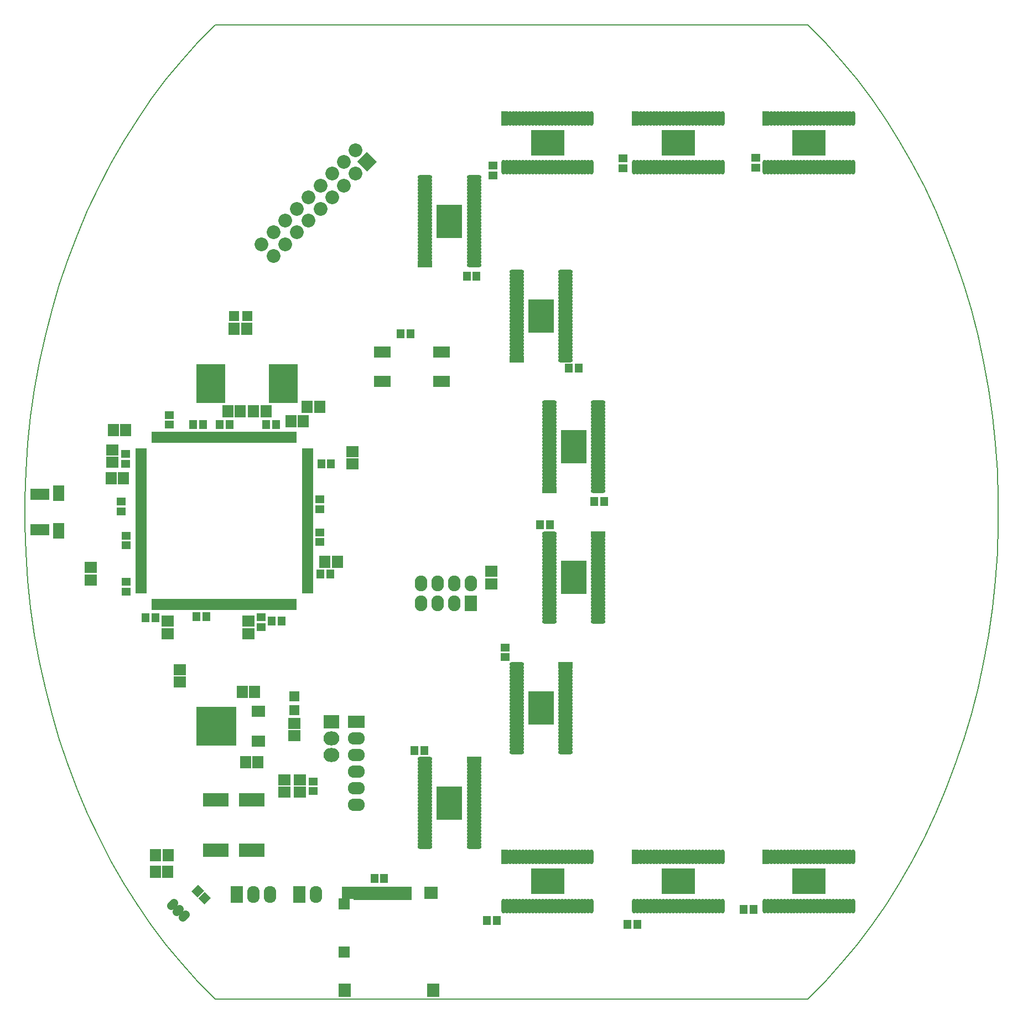
<source format=gbs>
G04 #@! TF.FileFunction,Soldermask,Bot*
%FSLAX46Y46*%
G04 Gerber Fmt 4.6, Leading zero omitted, Abs format (unit mm)*
G04 Created by KiCad (PCBNEW (2016-03-23 BZR 6647, Git bc699c8)-product) date Tue 29 Mar 2016 10:28:28 CEST*
%MOMM*%
G01*
G04 APERTURE LIST*
%ADD10C,0.100000*%
%ADD11C,0.150000*%
%ADD12R,1.299160X1.400760*%
%ADD13R,1.400760X1.299160*%
%ADD14R,2.099260X1.700480*%
%ADD15R,6.099760X5.899100*%
%ADD16R,2.500580X1.799540*%
%ADD17R,1.700480X1.898600*%
%ADD18R,1.898600X1.700480*%
%ADD19R,3.999180X2.000200*%
%ADD20R,1.924000X2.599640*%
%ADD21O,1.924000X2.599640*%
%ADD22R,1.924000X2.398980*%
%ADD23O,1.924000X2.398980*%
%ADD24R,2.599640X1.924000*%
%ADD25O,2.599640X1.924000*%
%ADD26R,1.200100X2.078940*%
%ADD27R,2.000200X1.901140*%
%ADD28R,2.099260X1.901140*%
%ADD29R,1.901140X2.099260*%
%ADD30R,1.690320X1.700480*%
%ADD31R,1.690320X1.799540*%
%ADD32R,1.799540X2.398980*%
%ADD33R,2.851100X1.700480*%
%ADD34R,0.689560X1.746200*%
%ADD35R,1.746200X0.689560*%
%ADD36R,0.689560X1.748740*%
%ADD37R,4.499560X6.000700*%
%ADD38C,1.299160*%
%ADD39R,0.650000X2.225000*%
%ADD40O,0.650000X2.225000*%
%ADD41R,5.100000X4.010000*%
%ADD42R,2.225000X0.650000*%
%ADD43O,2.225000X0.650000*%
%ADD44R,4.010000X5.100000*%
%ADD45R,2.432000X2.127200*%
%ADD46O,2.432000X2.127200*%
%ADD47R,1.598880X1.598880*%
%ADD48C,2.127200*%
G04 APERTURE END LIST*
D10*
D11*
X197948385Y-78128726D02*
X195352726Y-75500000D01*
X200448266Y-80901017D02*
X197948385Y-78128726D01*
X202847375Y-83811335D02*
X200448266Y-80901017D01*
X205140919Y-86853867D02*
X202847375Y-83811335D01*
X207324318Y-90022535D02*
X205140919Y-86853867D01*
X209393210Y-93311010D02*
X207324318Y-90022535D01*
X211343462Y-96712723D02*
X209393210Y-93311010D01*
X213171179Y-100220879D02*
X211343462Y-96712723D01*
X214872709Y-103828470D02*
X213171179Y-100220879D01*
X216444654Y-107528291D02*
X214872709Y-103828470D01*
X217883874Y-111312950D02*
X216444654Y-107528291D01*
X219187494Y-115174887D02*
X217883874Y-111312950D01*
X220352910Y-119106388D02*
X219187494Y-115174887D01*
X221377794Y-123099601D02*
X220352910Y-119106388D01*
X222260098Y-127146548D02*
X221377794Y-123099601D01*
X222998061Y-131239145D02*
X222260098Y-127146548D01*
X223590208Y-135369218D02*
X222998061Y-131239145D01*
X224035356Y-139528516D02*
X223590208Y-135369218D01*
X224332617Y-143708731D02*
X224035356Y-139528516D01*
X224481396Y-147901513D02*
X224332617Y-143708731D01*
X224481396Y-152098487D02*
X224481396Y-147901513D01*
X224332617Y-156291269D02*
X224481396Y-152098487D01*
X224035356Y-160471484D02*
X224332617Y-156291269D01*
X223590208Y-164630782D02*
X224035356Y-160471484D01*
X222998061Y-168760855D02*
X223590208Y-164630782D01*
X222260098Y-172853452D02*
X222998061Y-168760855D01*
X221377794Y-176900399D02*
X222260098Y-172853452D01*
X220352910Y-180893612D02*
X221377794Y-176900399D01*
X219187494Y-184825113D02*
X220352910Y-180893612D01*
X217883874Y-188687050D02*
X219187494Y-184825113D01*
X216444654Y-192471709D02*
X217883874Y-188687050D01*
X214872709Y-196171530D02*
X216444654Y-192471709D01*
X213171179Y-199779121D02*
X214872709Y-196171530D01*
X211343462Y-203287277D02*
X213171179Y-199779121D01*
X209393210Y-206688990D02*
X211343462Y-203287277D01*
X207324318Y-209977465D02*
X209393210Y-206688990D01*
X205140919Y-213146133D02*
X207324318Y-209977465D01*
X202847375Y-216188665D02*
X205140919Y-213146133D01*
X200448266Y-219098983D02*
X202847375Y-216188665D01*
X197948385Y-221871274D02*
X200448266Y-219098983D01*
X195352726Y-224500000D02*
X197948385Y-221871274D01*
X104647274Y-224500000D02*
X195352726Y-224500000D01*
X102051615Y-221871274D02*
X104647274Y-224500000D01*
X99551734Y-219098983D02*
X102051615Y-221871274D01*
X97152625Y-216188665D02*
X99551734Y-219098983D01*
X94859081Y-213146133D02*
X97152625Y-216188665D01*
X92675682Y-209977465D02*
X94859081Y-213146133D01*
X90606790Y-206688990D02*
X92675682Y-209977465D01*
X88656538Y-203287277D02*
X90606790Y-206688990D01*
X86828821Y-199779121D02*
X88656538Y-203287277D01*
X85127291Y-196171530D02*
X86828821Y-199779121D01*
X83555346Y-192471709D02*
X85127291Y-196171530D01*
X82116126Y-188687050D02*
X83555346Y-192471709D01*
X80812506Y-184825113D02*
X82116126Y-188687050D01*
X79647090Y-180893612D02*
X80812506Y-184825113D01*
X78622206Y-176900399D02*
X79647090Y-180893612D01*
X77739902Y-172853452D02*
X78622206Y-176900399D01*
X77001939Y-168760855D02*
X77739902Y-172853452D01*
X76409792Y-164630782D02*
X77001939Y-168760855D01*
X75964644Y-160471484D02*
X76409792Y-164630782D01*
X75667383Y-156291269D02*
X75964644Y-160471484D01*
X75518604Y-152098487D02*
X75667383Y-156291269D01*
X75518604Y-147901513D02*
X75518604Y-152098487D01*
X75667383Y-143708731D02*
X75518604Y-147901513D01*
X75964644Y-139528516D02*
X75667383Y-143708731D01*
X76409792Y-135369218D02*
X75964644Y-139528516D01*
X77001939Y-131239145D02*
X76409792Y-135369218D01*
X77739902Y-127146548D02*
X77001939Y-131239145D01*
X78622206Y-123099601D02*
X77739902Y-127146548D01*
X79647090Y-119106388D02*
X78622206Y-123099601D01*
X80812506Y-115174887D02*
X79647090Y-119106388D01*
X82116126Y-111312950D02*
X80812506Y-115174887D01*
X83555346Y-107528291D02*
X82116126Y-111312950D01*
X85127291Y-103828470D02*
X83555346Y-107528291D01*
X86828821Y-100220879D02*
X85127291Y-103828470D01*
X88656538Y-96712723D02*
X86828821Y-100220879D01*
X90606790Y-93311010D02*
X88656538Y-96712723D01*
X92675682Y-90022535D02*
X90606790Y-93311010D01*
X94859081Y-86853867D02*
X92675682Y-90022535D01*
X97152625Y-83811335D02*
X94859081Y-86853867D01*
X99551734Y-80901017D02*
X97152625Y-83811335D01*
X102051615Y-78128726D02*
X99551734Y-80901017D01*
X104647274Y-75500000D02*
X102051615Y-78128726D01*
X195352726Y-75500000D02*
X104647274Y-75500000D01*
D12*
X114811840Y-166660000D03*
X113308160Y-166660000D03*
D13*
X90980000Y-155101840D03*
X90980000Y-153598160D03*
D12*
X101268160Y-136580000D03*
X102771840Y-136580000D03*
X105348160Y-136620000D03*
X106851840Y-136620000D03*
D14*
X111220720Y-180464000D03*
X111220720Y-185036000D03*
D15*
X104779280Y-182750000D03*
D16*
X139299140Y-125499560D03*
X130200860Y-125499560D03*
X139299140Y-130000440D03*
X130200860Y-130000440D03*
D17*
X97405000Y-205000000D03*
X95500000Y-205000000D03*
D18*
X88920000Y-140487500D03*
X88920000Y-142392500D03*
D17*
X118122500Y-136070000D03*
X116217500Y-136070000D03*
X120642500Y-133900000D03*
X118737500Y-133900000D03*
X111202500Y-188250000D03*
X109297500Y-188250000D03*
X110702500Y-177500000D03*
X108797500Y-177500000D03*
D18*
X109710000Y-166677500D03*
X109710000Y-168582500D03*
D17*
X121427500Y-157640000D03*
X123332500Y-157640000D03*
D18*
X97330000Y-166687500D03*
X97330000Y-168592500D03*
D17*
X108492500Y-134540000D03*
X106587500Y-134540000D03*
X110497500Y-134550000D03*
X112402500Y-134550000D03*
D19*
X110250820Y-201750000D03*
X104749180Y-201750000D03*
X110250820Y-194000000D03*
X104749180Y-194000000D03*
D20*
X107920000Y-208500000D03*
D21*
X110460000Y-208500000D03*
X113000000Y-208500000D03*
D22*
X143750000Y-163948920D03*
D23*
X143750000Y-160911080D03*
X141210000Y-163948920D03*
X141210000Y-160911080D03*
X138670000Y-163948920D03*
X138670000Y-160911080D03*
X136130000Y-163948920D03*
X136130000Y-160911080D03*
D24*
X126238000Y-182118000D03*
D25*
X126238000Y-184658000D03*
X126238000Y-187198000D03*
X126238000Y-189738000D03*
X126238000Y-192278000D03*
X126238000Y-194818000D03*
D26*
X134150680Y-208339740D03*
X133050860Y-208339740D03*
X131951040Y-208339740D03*
X130851220Y-208339740D03*
X129748860Y-208339740D03*
X128649040Y-208339740D03*
X127549220Y-208339740D03*
X126449400Y-208339740D03*
D27*
X125039700Y-208250840D03*
D28*
X137699060Y-208250840D03*
D29*
X124501220Y-223099680D03*
X137998780Y-223099680D03*
D30*
X124394540Y-209899300D03*
D31*
X124394540Y-217300860D03*
D20*
X117480000Y-208500000D03*
D21*
X120020000Y-208500000D03*
D32*
X80705740Y-147099320D03*
X80705740Y-152900680D03*
D33*
X77825380Y-147274580D03*
X77825380Y-152725420D03*
D18*
X85610000Y-158467500D03*
X85610000Y-160372500D03*
D17*
X97452500Y-202500000D03*
X95547500Y-202500000D03*
D18*
X115240000Y-192832500D03*
X115240000Y-190927500D03*
X117610000Y-190937500D03*
X117610000Y-192842500D03*
X146940000Y-159057500D03*
X146940000Y-160962500D03*
X116750000Y-184202500D03*
X116750000Y-182297500D03*
D17*
X107547500Y-122000000D03*
X109452500Y-122000000D03*
D18*
X99270000Y-174107500D03*
X99270000Y-176012500D03*
X125640000Y-142642500D03*
X125640000Y-140737500D03*
D17*
X88697500Y-144860000D03*
X90602500Y-144860000D03*
X90942500Y-137430000D03*
X89037500Y-137430000D03*
D34*
X96774400Y-138591740D03*
X97272240Y-138591740D03*
X97772620Y-138591740D03*
X98273000Y-138591740D03*
X98770840Y-138591740D03*
X95270720Y-138591740D03*
X95771100Y-138591740D03*
X96271480Y-138591740D03*
X103271720Y-138591740D03*
X103772100Y-138591740D03*
X104269940Y-138591740D03*
X104770320Y-138591740D03*
X105270700Y-138591740D03*
X105773620Y-138591740D03*
X106271460Y-138591740D03*
X106769300Y-138591740D03*
X111270180Y-138591740D03*
X111770560Y-138591740D03*
X112268400Y-138591740D03*
X112768780Y-138591740D03*
X113269160Y-138591740D03*
X113769540Y-138591740D03*
X114269920Y-138591740D03*
X114767760Y-138591740D03*
D35*
X118768260Y-142592240D03*
X118768260Y-143090080D03*
X118768260Y-143590460D03*
X118768260Y-144090840D03*
X118768260Y-144591220D03*
X118768260Y-145091600D03*
X118768260Y-145591980D03*
X118768260Y-146092360D03*
D34*
X99271220Y-138591740D03*
X99771600Y-138591740D03*
X100274520Y-138591740D03*
X107269680Y-138591740D03*
X107770060Y-138591740D03*
X108267900Y-138591740D03*
X115268140Y-138591740D03*
X115768520Y-138591740D03*
X116268900Y-138591740D03*
D35*
X118768260Y-146590200D03*
X118768260Y-147090580D03*
X118768260Y-147590960D03*
D34*
X100769820Y-138591740D03*
X101270200Y-138591740D03*
X101773120Y-138591740D03*
X102273500Y-138591740D03*
X102771340Y-138591740D03*
X108768280Y-138591740D03*
X109271200Y-138591740D03*
X109771580Y-138591740D03*
X110271960Y-138591740D03*
X110769800Y-138591740D03*
D36*
X116769280Y-138591740D03*
D35*
X118768260Y-140590720D03*
X118768260Y-141091100D03*
X118768260Y-141591480D03*
X118768260Y-142091860D03*
X118768260Y-148091340D03*
X118768260Y-148591720D03*
X118768260Y-149092100D03*
X118768260Y-149592480D03*
X118768260Y-150090320D03*
X118768260Y-150590700D03*
X118768260Y-151091080D03*
X118768260Y-151588920D03*
X118768260Y-152089300D03*
X118768260Y-152589680D03*
X118768260Y-153087520D03*
X118768260Y-153587900D03*
X118768260Y-154088280D03*
X118768260Y-154588660D03*
X118768260Y-155089040D03*
X118768260Y-155589420D03*
X118768260Y-156089800D03*
X118768260Y-156587640D03*
X118768260Y-157088020D03*
X118768260Y-157588400D03*
X118768260Y-158088780D03*
X118768260Y-158589160D03*
X118768260Y-159089540D03*
X118768260Y-159589920D03*
X118768260Y-160087760D03*
X118768260Y-160588140D03*
X118768260Y-161088520D03*
X118768260Y-161588900D03*
X118768260Y-162089280D03*
D34*
X116769280Y-164088260D03*
X116268900Y-164088260D03*
X115768520Y-164088260D03*
X115268140Y-164088260D03*
X114767760Y-164088260D03*
X114269920Y-164088260D03*
X113769540Y-164088260D03*
X113269160Y-164088260D03*
X112768780Y-164088260D03*
X112268400Y-164088260D03*
X111768020Y-164088260D03*
X111267640Y-164088260D03*
X110769800Y-164088260D03*
X110269420Y-164088260D03*
X109769040Y-164088260D03*
X109268660Y-164088260D03*
X108768280Y-164088260D03*
X108267900Y-164088260D03*
X107767520Y-164088260D03*
X107269680Y-164088260D03*
X106769300Y-164088260D03*
X106268920Y-164088260D03*
X105771080Y-164088260D03*
X105270700Y-164088260D03*
X104770320Y-164088260D03*
X104272480Y-164088260D03*
X103772100Y-164088260D03*
X103271720Y-164088260D03*
X102771340Y-164088260D03*
X102270960Y-164088260D03*
X101770580Y-164088260D03*
X101270200Y-164088260D03*
X100772360Y-164088260D03*
X100271980Y-164088260D03*
X99771600Y-164088260D03*
X99271220Y-164088260D03*
X98770840Y-164088260D03*
X98270460Y-164088260D03*
X97770080Y-164088260D03*
X97272240Y-164088260D03*
X96771860Y-164088260D03*
X96271480Y-164088260D03*
X95771100Y-164088260D03*
X95270720Y-164088260D03*
D35*
X93271740Y-162089280D03*
X93271740Y-161588900D03*
X93271740Y-161088520D03*
X93271740Y-160588140D03*
X93271740Y-160087760D03*
X93271740Y-159589920D03*
X93271740Y-159089540D03*
X93271740Y-158589160D03*
X93271740Y-158088780D03*
X93271740Y-157588400D03*
X93271740Y-157088020D03*
X93271740Y-156587640D03*
X93269200Y-156089800D03*
X93269200Y-155589420D03*
X93269200Y-155089040D03*
X93269200Y-154591200D03*
X93269200Y-154090820D03*
X93269200Y-153590440D03*
X93269200Y-153090060D03*
X93269200Y-152589680D03*
X93269200Y-152089300D03*
X93269200Y-151588920D03*
X93269200Y-151091080D03*
X93269200Y-150590700D03*
X93269200Y-150090320D03*
X93269200Y-149589940D03*
X93269200Y-149089560D03*
X93269200Y-148589180D03*
X93269200Y-148088800D03*
X93269200Y-147590960D03*
X93269200Y-147090580D03*
X93269200Y-146590200D03*
X93269200Y-146089820D03*
X93269200Y-145589440D03*
X93269200Y-145089060D03*
X93269200Y-144591220D03*
X93269200Y-144090840D03*
X93269200Y-143590460D03*
X93269200Y-143090080D03*
X93269200Y-142589700D03*
X93269200Y-142089320D03*
X93269200Y-141588940D03*
X93269200Y-141091100D03*
X93269200Y-140590720D03*
D37*
X103980100Y-130330000D03*
X115079900Y-130330000D03*
D13*
X167010000Y-97411840D03*
X167010000Y-95908160D03*
X187390000Y-95788160D03*
X187390000Y-97291840D03*
D12*
X144641840Y-113880000D03*
X143138160Y-113880000D03*
D13*
X147180000Y-98511840D03*
X147180000Y-97008160D03*
D12*
X164161840Y-148370000D03*
X162658160Y-148370000D03*
X160271840Y-128010000D03*
X158768160Y-128010000D03*
X154388160Y-151900000D03*
X155891840Y-151900000D03*
D13*
X149000000Y-172201840D03*
X149000000Y-170698160D03*
D12*
X135138160Y-186480000D03*
X136641840Y-186480000D03*
X147751840Y-212500000D03*
X146248160Y-212500000D03*
X169251840Y-213040000D03*
X167748160Y-213040000D03*
X187001840Y-210750000D03*
X185498160Y-210750000D03*
D10*
G36*
X102077065Y-209067552D02*
X103067552Y-208077065D01*
X103986197Y-208995710D01*
X102995710Y-209986197D01*
X102077065Y-209067552D01*
X102077065Y-209067552D01*
G37*
G36*
X101013803Y-208004290D02*
X102004290Y-207013803D01*
X102922935Y-207932448D01*
X101932448Y-208922935D01*
X101013803Y-208004290D01*
X101013803Y-208004290D01*
G37*
D12*
X130501840Y-206000000D03*
X128998160Y-206000000D03*
D13*
X119640000Y-192681840D03*
X119640000Y-191178160D03*
X97590000Y-135148160D03*
X97590000Y-136651840D03*
D12*
X113961840Y-136630000D03*
X112458160Y-136630000D03*
X122371840Y-142600000D03*
X120868160Y-142600000D03*
D13*
X120660000Y-148078160D03*
X120660000Y-149581840D03*
X120670000Y-153078160D03*
X120670000Y-154581840D03*
D12*
X122251840Y-159470000D03*
X120748160Y-159470000D03*
D13*
X90920000Y-141108160D03*
X90920000Y-142611840D03*
D12*
X103291840Y-165990000D03*
X101788160Y-165990000D03*
X95521840Y-166170000D03*
X94018160Y-166170000D03*
D13*
X91000000Y-162151840D03*
X91000000Y-160648160D03*
X90270000Y-149921840D03*
X90270000Y-148418160D03*
X111640000Y-166088160D03*
X111640000Y-167591840D03*
D12*
X133000000Y-122750000D03*
X134503680Y-122750000D03*
D38*
X99164806Y-210659142D02*
X98739142Y-211084806D01*
X98266781Y-209761117D02*
X97841117Y-210186781D01*
X100062832Y-211557168D02*
X99637168Y-211982832D01*
D39*
X188750000Y-202762500D03*
D40*
X189250000Y-202762500D03*
X189750000Y-202762500D03*
X190250000Y-202762500D03*
X190750000Y-202762500D03*
X191250000Y-202762500D03*
X191750000Y-202762500D03*
X192250000Y-202762500D03*
X192750000Y-202762500D03*
X193250000Y-202762500D03*
X193750000Y-202762500D03*
X194250000Y-202762500D03*
X194750000Y-202762500D03*
X195250000Y-202762500D03*
X195750000Y-202762500D03*
X196250000Y-202762500D03*
X196750000Y-202762500D03*
X197250000Y-202762500D03*
X197750000Y-202762500D03*
X198250000Y-202762500D03*
X198750000Y-202762500D03*
X199250000Y-202762500D03*
X199750000Y-202762500D03*
X200250000Y-202762500D03*
X200750000Y-202762500D03*
X201250000Y-202762500D03*
X201750000Y-202762500D03*
X202250000Y-202762500D03*
X202250000Y-210237500D03*
X201750000Y-210237500D03*
X201250000Y-210237500D03*
X200750000Y-210237500D03*
X200250000Y-210237500D03*
X199750000Y-210237500D03*
X199250000Y-210237500D03*
X198750000Y-210237500D03*
X198250000Y-210237500D03*
X197750000Y-210237500D03*
X197250000Y-210237500D03*
X196750000Y-210237500D03*
X196250000Y-210237500D03*
X195750000Y-210237500D03*
X195250000Y-210237500D03*
X194750000Y-210237500D03*
X194250000Y-210237500D03*
X193750000Y-210237500D03*
X193250000Y-210237500D03*
X192750000Y-210237500D03*
X192250000Y-210237500D03*
X191750000Y-210237500D03*
X191250000Y-210237500D03*
X190750000Y-210237500D03*
X190250000Y-210237500D03*
X189750000Y-210237500D03*
X189250000Y-210237500D03*
X188750000Y-210237500D03*
D41*
X195500000Y-206500000D03*
D39*
X168750000Y-202762500D03*
D40*
X169250000Y-202762500D03*
X169750000Y-202762500D03*
X170250000Y-202762500D03*
X170750000Y-202762500D03*
X171250000Y-202762500D03*
X171750000Y-202762500D03*
X172250000Y-202762500D03*
X172750000Y-202762500D03*
X173250000Y-202762500D03*
X173750000Y-202762500D03*
X174250000Y-202762500D03*
X174750000Y-202762500D03*
X175250000Y-202762500D03*
X175750000Y-202762500D03*
X176250000Y-202762500D03*
X176750000Y-202762500D03*
X177250000Y-202762500D03*
X177750000Y-202762500D03*
X178250000Y-202762500D03*
X178750000Y-202762500D03*
X179250000Y-202762500D03*
X179750000Y-202762500D03*
X180250000Y-202762500D03*
X180750000Y-202762500D03*
X181250000Y-202762500D03*
X181750000Y-202762500D03*
X182250000Y-202762500D03*
X182250000Y-210237500D03*
X181750000Y-210237500D03*
X181250000Y-210237500D03*
X180750000Y-210237500D03*
X180250000Y-210237500D03*
X179750000Y-210237500D03*
X179250000Y-210237500D03*
X178750000Y-210237500D03*
X178250000Y-210237500D03*
X177750000Y-210237500D03*
X177250000Y-210237500D03*
X176750000Y-210237500D03*
X176250000Y-210237500D03*
X175750000Y-210237500D03*
X175250000Y-210237500D03*
X174750000Y-210237500D03*
X174250000Y-210237500D03*
X173750000Y-210237500D03*
X173250000Y-210237500D03*
X172750000Y-210237500D03*
X172250000Y-210237500D03*
X171750000Y-210237500D03*
X171250000Y-210237500D03*
X170750000Y-210237500D03*
X170250000Y-210237500D03*
X169750000Y-210237500D03*
X169250000Y-210237500D03*
X168750000Y-210237500D03*
D41*
X175500000Y-206500000D03*
D39*
X148750000Y-202762500D03*
D40*
X149250000Y-202762500D03*
X149750000Y-202762500D03*
X150250000Y-202762500D03*
X150750000Y-202762500D03*
X151250000Y-202762500D03*
X151750000Y-202762500D03*
X152250000Y-202762500D03*
X152750000Y-202762500D03*
X153250000Y-202762500D03*
X153750000Y-202762500D03*
X154250000Y-202762500D03*
X154750000Y-202762500D03*
X155250000Y-202762500D03*
X155750000Y-202762500D03*
X156250000Y-202762500D03*
X156750000Y-202762500D03*
X157250000Y-202762500D03*
X157750000Y-202762500D03*
X158250000Y-202762500D03*
X158750000Y-202762500D03*
X159250000Y-202762500D03*
X159750000Y-202762500D03*
X160250000Y-202762500D03*
X160750000Y-202762500D03*
X161250000Y-202762500D03*
X161750000Y-202762500D03*
X162250000Y-202762500D03*
X162250000Y-210237500D03*
X161750000Y-210237500D03*
X161250000Y-210237500D03*
X160750000Y-210237500D03*
X160250000Y-210237500D03*
X159750000Y-210237500D03*
X159250000Y-210237500D03*
X158750000Y-210237500D03*
X158250000Y-210237500D03*
X157750000Y-210237500D03*
X157250000Y-210237500D03*
X156750000Y-210237500D03*
X156250000Y-210237500D03*
X155750000Y-210237500D03*
X155250000Y-210237500D03*
X154750000Y-210237500D03*
X154250000Y-210237500D03*
X153750000Y-210237500D03*
X153250000Y-210237500D03*
X152750000Y-210237500D03*
X152250000Y-210237500D03*
X151750000Y-210237500D03*
X151250000Y-210237500D03*
X150750000Y-210237500D03*
X150250000Y-210237500D03*
X149750000Y-210237500D03*
X149250000Y-210237500D03*
X148750000Y-210237500D03*
D41*
X155500000Y-206500000D03*
D42*
X144237500Y-187750000D03*
D43*
X144237500Y-188250000D03*
X144237500Y-188750000D03*
X144237500Y-189250000D03*
X144237500Y-189750000D03*
X144237500Y-190250000D03*
X144237500Y-190750000D03*
X144237500Y-191250000D03*
X144237500Y-191750000D03*
X144237500Y-192250000D03*
X144237500Y-192750000D03*
X144237500Y-193250000D03*
X144237500Y-193750000D03*
X144237500Y-194250000D03*
X144237500Y-194750000D03*
X144237500Y-195250000D03*
X144237500Y-195750000D03*
X144237500Y-196250000D03*
X144237500Y-196750000D03*
X144237500Y-197250000D03*
X144237500Y-197750000D03*
X144237500Y-198250000D03*
X144237500Y-198750000D03*
X144237500Y-199250000D03*
X144237500Y-199750000D03*
X144237500Y-200250000D03*
X144237500Y-200750000D03*
X144237500Y-201250000D03*
X136762500Y-201250000D03*
X136762500Y-200750000D03*
X136762500Y-200250000D03*
X136762500Y-199750000D03*
X136762500Y-199250000D03*
X136762500Y-198750000D03*
X136762500Y-198250000D03*
X136762500Y-197750000D03*
X136762500Y-197250000D03*
X136762500Y-196750000D03*
X136762500Y-196250000D03*
X136762500Y-195750000D03*
X136762500Y-195250000D03*
X136762500Y-194750000D03*
X136762500Y-194250000D03*
X136762500Y-193750000D03*
X136762500Y-193250000D03*
X136762500Y-192750000D03*
X136762500Y-192250000D03*
X136762500Y-191750000D03*
X136762500Y-191250000D03*
X136762500Y-190750000D03*
X136762500Y-190250000D03*
X136762500Y-189750000D03*
X136762500Y-189250000D03*
X136762500Y-188750000D03*
X136762500Y-188250000D03*
X136762500Y-187750000D03*
D44*
X140500000Y-194500000D03*
D42*
X158237500Y-173250000D03*
D43*
X158237500Y-173750000D03*
X158237500Y-174250000D03*
X158237500Y-174750000D03*
X158237500Y-175250000D03*
X158237500Y-175750000D03*
X158237500Y-176250000D03*
X158237500Y-176750000D03*
X158237500Y-177250000D03*
X158237500Y-177750000D03*
X158237500Y-178250000D03*
X158237500Y-178750000D03*
X158237500Y-179250000D03*
X158237500Y-179750000D03*
X158237500Y-180250000D03*
X158237500Y-180750000D03*
X158237500Y-181250000D03*
X158237500Y-181750000D03*
X158237500Y-182250000D03*
X158237500Y-182750000D03*
X158237500Y-183250000D03*
X158237500Y-183750000D03*
X158237500Y-184250000D03*
X158237500Y-184750000D03*
X158237500Y-185250000D03*
X158237500Y-185750000D03*
X158237500Y-186250000D03*
X158237500Y-186750000D03*
X150762500Y-186750000D03*
X150762500Y-186250000D03*
X150762500Y-185750000D03*
X150762500Y-185250000D03*
X150762500Y-184750000D03*
X150762500Y-184250000D03*
X150762500Y-183750000D03*
X150762500Y-183250000D03*
X150762500Y-182750000D03*
X150762500Y-182250000D03*
X150762500Y-181750000D03*
X150762500Y-181250000D03*
X150762500Y-180750000D03*
X150762500Y-180250000D03*
X150762500Y-179750000D03*
X150762500Y-179250000D03*
X150762500Y-178750000D03*
X150762500Y-178250000D03*
X150762500Y-177750000D03*
X150762500Y-177250000D03*
X150762500Y-176750000D03*
X150762500Y-176250000D03*
X150762500Y-175750000D03*
X150762500Y-175250000D03*
X150762500Y-174750000D03*
X150762500Y-174250000D03*
X150762500Y-173750000D03*
X150762500Y-173250000D03*
D44*
X154500000Y-180000000D03*
D42*
X163237500Y-153250000D03*
D43*
X163237500Y-153750000D03*
X163237500Y-154250000D03*
X163237500Y-154750000D03*
X163237500Y-155250000D03*
X163237500Y-155750000D03*
X163237500Y-156250000D03*
X163237500Y-156750000D03*
X163237500Y-157250000D03*
X163237500Y-157750000D03*
X163237500Y-158250000D03*
X163237500Y-158750000D03*
X163237500Y-159250000D03*
X163237500Y-159750000D03*
X163237500Y-160250000D03*
X163237500Y-160750000D03*
X163237500Y-161250000D03*
X163237500Y-161750000D03*
X163237500Y-162250000D03*
X163237500Y-162750000D03*
X163237500Y-163250000D03*
X163237500Y-163750000D03*
X163237500Y-164250000D03*
X163237500Y-164750000D03*
X163237500Y-165250000D03*
X163237500Y-165750000D03*
X163237500Y-166250000D03*
X163237500Y-166750000D03*
X155762500Y-166750000D03*
X155762500Y-166250000D03*
X155762500Y-165750000D03*
X155762500Y-165250000D03*
X155762500Y-164750000D03*
X155762500Y-164250000D03*
X155762500Y-163750000D03*
X155762500Y-163250000D03*
X155762500Y-162750000D03*
X155762500Y-162250000D03*
X155762500Y-161750000D03*
X155762500Y-161250000D03*
X155762500Y-160750000D03*
X155762500Y-160250000D03*
X155762500Y-159750000D03*
X155762500Y-159250000D03*
X155762500Y-158750000D03*
X155762500Y-158250000D03*
X155762500Y-157750000D03*
X155762500Y-157250000D03*
X155762500Y-156750000D03*
X155762500Y-156250000D03*
X155762500Y-155750000D03*
X155762500Y-155250000D03*
X155762500Y-154750000D03*
X155762500Y-154250000D03*
X155762500Y-153750000D03*
X155762500Y-153250000D03*
D44*
X159500000Y-160000000D03*
D42*
X150762500Y-126750000D03*
D43*
X150762500Y-126250000D03*
X150762500Y-125750000D03*
X150762500Y-125250000D03*
X150762500Y-124750000D03*
X150762500Y-124250000D03*
X150762500Y-123750000D03*
X150762500Y-123250000D03*
X150762500Y-122750000D03*
X150762500Y-122250000D03*
X150762500Y-121750000D03*
X150762500Y-121250000D03*
X150762500Y-120750000D03*
X150762500Y-120250000D03*
X150762500Y-119750000D03*
X150762500Y-119250000D03*
X150762500Y-118750000D03*
X150762500Y-118250000D03*
X150762500Y-117750000D03*
X150762500Y-117250000D03*
X150762500Y-116750000D03*
X150762500Y-116250000D03*
X150762500Y-115750000D03*
X150762500Y-115250000D03*
X150762500Y-114750000D03*
X150762500Y-114250000D03*
X150762500Y-113750000D03*
X150762500Y-113250000D03*
X158237500Y-113250000D03*
X158237500Y-113750000D03*
X158237500Y-114250000D03*
X158237500Y-114750000D03*
X158237500Y-115250000D03*
X158237500Y-115750000D03*
X158237500Y-116250000D03*
X158237500Y-116750000D03*
X158237500Y-117250000D03*
X158237500Y-117750000D03*
X158237500Y-118250000D03*
X158237500Y-118750000D03*
X158237500Y-119250000D03*
X158237500Y-119750000D03*
X158237500Y-120250000D03*
X158237500Y-120750000D03*
X158237500Y-121250000D03*
X158237500Y-121750000D03*
X158237500Y-122250000D03*
X158237500Y-122750000D03*
X158237500Y-123250000D03*
X158237500Y-123750000D03*
X158237500Y-124250000D03*
X158237500Y-124750000D03*
X158237500Y-125250000D03*
X158237500Y-125750000D03*
X158237500Y-126250000D03*
X158237500Y-126750000D03*
D44*
X154500000Y-120000000D03*
D42*
X155762500Y-146750000D03*
D43*
X155762500Y-146250000D03*
X155762500Y-145750000D03*
X155762500Y-145250000D03*
X155762500Y-144750000D03*
X155762500Y-144250000D03*
X155762500Y-143750000D03*
X155762500Y-143250000D03*
X155762500Y-142750000D03*
X155762500Y-142250000D03*
X155762500Y-141750000D03*
X155762500Y-141250000D03*
X155762500Y-140750000D03*
X155762500Y-140250000D03*
X155762500Y-139750000D03*
X155762500Y-139250000D03*
X155762500Y-138750000D03*
X155762500Y-138250000D03*
X155762500Y-137750000D03*
X155762500Y-137250000D03*
X155762500Y-136750000D03*
X155762500Y-136250000D03*
X155762500Y-135750000D03*
X155762500Y-135250000D03*
X155762500Y-134750000D03*
X155762500Y-134250000D03*
X155762500Y-133750000D03*
X155762500Y-133250000D03*
X163237500Y-133250000D03*
X163237500Y-133750000D03*
X163237500Y-134250000D03*
X163237500Y-134750000D03*
X163237500Y-135250000D03*
X163237500Y-135750000D03*
X163237500Y-136250000D03*
X163237500Y-136750000D03*
X163237500Y-137250000D03*
X163237500Y-137750000D03*
X163237500Y-138250000D03*
X163237500Y-138750000D03*
X163237500Y-139250000D03*
X163237500Y-139750000D03*
X163237500Y-140250000D03*
X163237500Y-140750000D03*
X163237500Y-141250000D03*
X163237500Y-141750000D03*
X163237500Y-142250000D03*
X163237500Y-142750000D03*
X163237500Y-143250000D03*
X163237500Y-143750000D03*
X163237500Y-144250000D03*
X163237500Y-144750000D03*
X163237500Y-145250000D03*
X163237500Y-145750000D03*
X163237500Y-146250000D03*
X163237500Y-146750000D03*
D44*
X159500000Y-140000000D03*
D39*
X148750000Y-89762500D03*
D40*
X149250000Y-89762500D03*
X149750000Y-89762500D03*
X150250000Y-89762500D03*
X150750000Y-89762500D03*
X151250000Y-89762500D03*
X151750000Y-89762500D03*
X152250000Y-89762500D03*
X152750000Y-89762500D03*
X153250000Y-89762500D03*
X153750000Y-89762500D03*
X154250000Y-89762500D03*
X154750000Y-89762500D03*
X155250000Y-89762500D03*
X155750000Y-89762500D03*
X156250000Y-89762500D03*
X156750000Y-89762500D03*
X157250000Y-89762500D03*
X157750000Y-89762500D03*
X158250000Y-89762500D03*
X158750000Y-89762500D03*
X159250000Y-89762500D03*
X159750000Y-89762500D03*
X160250000Y-89762500D03*
X160750000Y-89762500D03*
X161250000Y-89762500D03*
X161750000Y-89762500D03*
X162250000Y-89762500D03*
X162250000Y-97237500D03*
X161750000Y-97237500D03*
X161250000Y-97237500D03*
X160750000Y-97237500D03*
X160250000Y-97237500D03*
X159750000Y-97237500D03*
X159250000Y-97237500D03*
X158750000Y-97237500D03*
X158250000Y-97237500D03*
X157750000Y-97237500D03*
X157250000Y-97237500D03*
X156750000Y-97237500D03*
X156250000Y-97237500D03*
X155750000Y-97237500D03*
X155250000Y-97237500D03*
X154750000Y-97237500D03*
X154250000Y-97237500D03*
X153750000Y-97237500D03*
X153250000Y-97237500D03*
X152750000Y-97237500D03*
X152250000Y-97237500D03*
X151750000Y-97237500D03*
X151250000Y-97237500D03*
X150750000Y-97237500D03*
X150250000Y-97237500D03*
X149750000Y-97237500D03*
X149250000Y-97237500D03*
X148750000Y-97237500D03*
D41*
X155500000Y-93500000D03*
D39*
X188750000Y-89762500D03*
D40*
X189250000Y-89762500D03*
X189750000Y-89762500D03*
X190250000Y-89762500D03*
X190750000Y-89762500D03*
X191250000Y-89762500D03*
X191750000Y-89762500D03*
X192250000Y-89762500D03*
X192750000Y-89762500D03*
X193250000Y-89762500D03*
X193750000Y-89762500D03*
X194250000Y-89762500D03*
X194750000Y-89762500D03*
X195250000Y-89762500D03*
X195750000Y-89762500D03*
X196250000Y-89762500D03*
X196750000Y-89762500D03*
X197250000Y-89762500D03*
X197750000Y-89762500D03*
X198250000Y-89762500D03*
X198750000Y-89762500D03*
X199250000Y-89762500D03*
X199750000Y-89762500D03*
X200250000Y-89762500D03*
X200750000Y-89762500D03*
X201250000Y-89762500D03*
X201750000Y-89762500D03*
X202250000Y-89762500D03*
X202250000Y-97237500D03*
X201750000Y-97237500D03*
X201250000Y-97237500D03*
X200750000Y-97237500D03*
X200250000Y-97237500D03*
X199750000Y-97237500D03*
X199250000Y-97237500D03*
X198750000Y-97237500D03*
X198250000Y-97237500D03*
X197750000Y-97237500D03*
X197250000Y-97237500D03*
X196750000Y-97237500D03*
X196250000Y-97237500D03*
X195750000Y-97237500D03*
X195250000Y-97237500D03*
X194750000Y-97237500D03*
X194250000Y-97237500D03*
X193750000Y-97237500D03*
X193250000Y-97237500D03*
X192750000Y-97237500D03*
X192250000Y-97237500D03*
X191750000Y-97237500D03*
X191250000Y-97237500D03*
X190750000Y-97237500D03*
X190250000Y-97237500D03*
X189750000Y-97237500D03*
X189250000Y-97237500D03*
X188750000Y-97237500D03*
D41*
X195500000Y-93500000D03*
D39*
X168750000Y-89762500D03*
D40*
X169250000Y-89762500D03*
X169750000Y-89762500D03*
X170250000Y-89762500D03*
X170750000Y-89762500D03*
X171250000Y-89762500D03*
X171750000Y-89762500D03*
X172250000Y-89762500D03*
X172750000Y-89762500D03*
X173250000Y-89762500D03*
X173750000Y-89762500D03*
X174250000Y-89762500D03*
X174750000Y-89762500D03*
X175250000Y-89762500D03*
X175750000Y-89762500D03*
X176250000Y-89762500D03*
X176750000Y-89762500D03*
X177250000Y-89762500D03*
X177750000Y-89762500D03*
X178250000Y-89762500D03*
X178750000Y-89762500D03*
X179250000Y-89762500D03*
X179750000Y-89762500D03*
X180250000Y-89762500D03*
X180750000Y-89762500D03*
X181250000Y-89762500D03*
X181750000Y-89762500D03*
X182250000Y-89762500D03*
X182250000Y-97237500D03*
X181750000Y-97237500D03*
X181250000Y-97237500D03*
X180750000Y-97237500D03*
X180250000Y-97237500D03*
X179750000Y-97237500D03*
X179250000Y-97237500D03*
X178750000Y-97237500D03*
X178250000Y-97237500D03*
X177750000Y-97237500D03*
X177250000Y-97237500D03*
X176750000Y-97237500D03*
X176250000Y-97237500D03*
X175750000Y-97237500D03*
X175250000Y-97237500D03*
X174750000Y-97237500D03*
X174250000Y-97237500D03*
X173750000Y-97237500D03*
X173250000Y-97237500D03*
X172750000Y-97237500D03*
X172250000Y-97237500D03*
X171750000Y-97237500D03*
X171250000Y-97237500D03*
X170750000Y-97237500D03*
X170250000Y-97237500D03*
X169750000Y-97237500D03*
X169250000Y-97237500D03*
X168750000Y-97237500D03*
D41*
X175500000Y-93500000D03*
D42*
X136762500Y-112250000D03*
D43*
X136762500Y-111750000D03*
X136762500Y-111250000D03*
X136762500Y-110750000D03*
X136762500Y-110250000D03*
X136762500Y-109750000D03*
X136762500Y-109250000D03*
X136762500Y-108750000D03*
X136762500Y-108250000D03*
X136762500Y-107750000D03*
X136762500Y-107250000D03*
X136762500Y-106750000D03*
X136762500Y-106250000D03*
X136762500Y-105750000D03*
X136762500Y-105250000D03*
X136762500Y-104750000D03*
X136762500Y-104250000D03*
X136762500Y-103750000D03*
X136762500Y-103250000D03*
X136762500Y-102750000D03*
X136762500Y-102250000D03*
X136762500Y-101750000D03*
X136762500Y-101250000D03*
X136762500Y-100750000D03*
X136762500Y-100250000D03*
X136762500Y-99750000D03*
X136762500Y-99250000D03*
X136762500Y-98750000D03*
X144237500Y-98750000D03*
X144237500Y-99250000D03*
X144237500Y-99750000D03*
X144237500Y-100250000D03*
X144237500Y-100750000D03*
X144237500Y-101250000D03*
X144237500Y-101750000D03*
X144237500Y-102250000D03*
X144237500Y-102750000D03*
X144237500Y-103250000D03*
X144237500Y-103750000D03*
X144237500Y-104250000D03*
X144237500Y-104750000D03*
X144237500Y-105250000D03*
X144237500Y-105750000D03*
X144237500Y-106250000D03*
X144237500Y-106750000D03*
X144237500Y-107250000D03*
X144237500Y-107750000D03*
X144237500Y-108250000D03*
X144237500Y-108750000D03*
X144237500Y-109250000D03*
X144237500Y-109750000D03*
X144237500Y-110250000D03*
X144237500Y-110750000D03*
X144237500Y-111250000D03*
X144237500Y-111750000D03*
X144237500Y-112250000D03*
D44*
X140500000Y-105500000D03*
D45*
X122428000Y-182118000D03*
D46*
X122428000Y-184658000D03*
X122428000Y-187198000D03*
D47*
X116750000Y-180299020D03*
X116750000Y-178200980D03*
X109598040Y-120000000D03*
X107500000Y-120000000D03*
D10*
G36*
X129384414Y-96411846D02*
X127880256Y-97916004D01*
X126376098Y-96411846D01*
X127880256Y-94907688D01*
X129384414Y-96411846D01*
X129384414Y-96411846D01*
G37*
D48*
X126084205Y-94615795D02*
X126084205Y-94615795D01*
X126084205Y-98207897D02*
X126084205Y-98207897D01*
X124288154Y-96411846D02*
X124288154Y-96411846D01*
X124288154Y-100003948D02*
X124288154Y-100003948D01*
X122492102Y-98207897D02*
X122492102Y-98207897D01*
X122492102Y-101800000D02*
X122492102Y-101800000D01*
X120696051Y-100003948D02*
X120696051Y-100003948D01*
X120696051Y-103596051D02*
X120696051Y-103596051D01*
X118900000Y-101800000D02*
X118900000Y-101800000D01*
X118900000Y-105392102D02*
X118900000Y-105392102D01*
X117103949Y-103596051D02*
X117103949Y-103596051D01*
X117103949Y-107188153D02*
X117103949Y-107188153D01*
X115307897Y-105392102D02*
X115307897Y-105392102D01*
X115307897Y-108984205D02*
X115307897Y-108984205D01*
X113511846Y-107188153D02*
X113511846Y-107188153D01*
X113511846Y-110780256D02*
X113511846Y-110780256D01*
X111715795Y-108984205D02*
X111715795Y-108984205D01*
M02*

</source>
